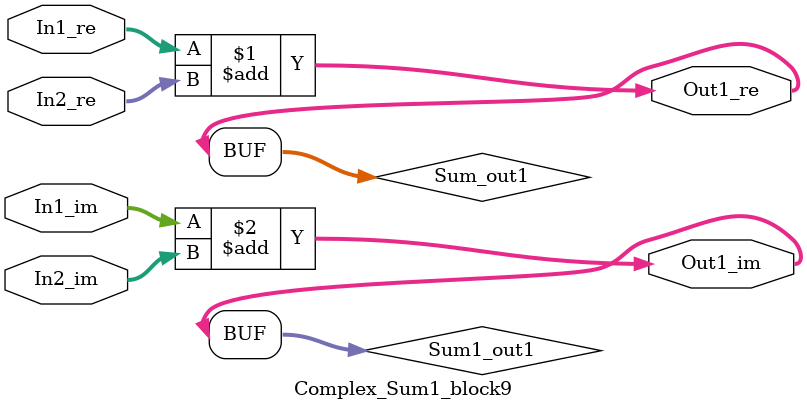
<source format=v>



`timescale 1 ns / 1 ns

module Complex_Sum1_block9
          (In1_re,
           In1_im,
           In2_re,
           In2_im,
           Out1_re,
           Out1_im);


  input   signed [36:0] In1_re;  // sfix37_En22
  input   signed [36:0] In1_im;  // sfix37_En22
  input   signed [36:0] In2_re;  // sfix37_En22
  input   signed [36:0] In2_im;  // sfix37_En22
  output  signed [36:0] Out1_re;  // sfix37_En22
  output  signed [36:0] Out1_im;  // sfix37_En22


  wire signed [36:0] Sum_out1;  // sfix37_En22
  wire signed [36:0] Sum1_out1;  // sfix37_En22


  assign Sum_out1 = In1_re + In2_re;



  assign Out1_re = Sum_out1;

  assign Sum1_out1 = In1_im + In2_im;



  assign Out1_im = Sum1_out1;

endmodule  // Complex_Sum1_block9


</source>
